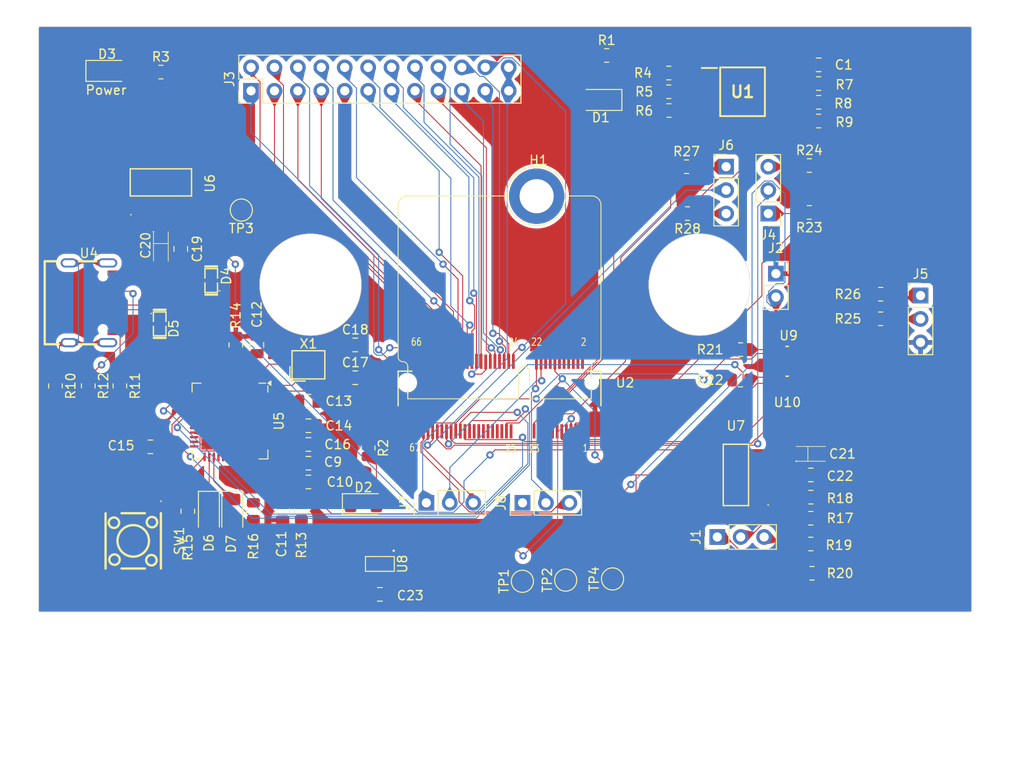
<source format=kicad_pcb>
(kicad_pcb (version 20240108) (generator "pcbnew") (generator_version "8.0")
  (title_block (title "FABulous Board") (rev "0.1"))
  (layers (0 "F.Cu" signal) (1 "In1.Cu" power "GND") (2 "In2.Cu" power "PWR") (31 "B.Cu" signal) (34 "B.Paste" user) (35 "F.Paste" user) (36 "B.SilkS" user "B.Silkscreen") (37 "F.SilkS" user "F.Silkscreen") (38 "B.Mask" user) (39 "F.Mask" user) (44 "Edge.Cuts" user))
  (net 0 "")
  (net 1 "+3V3")
  (net 2 "GND")
  (net 3 "/Caravel Connections/vdda2")
  (net 4 "/Caravel Connections/vccd2")
  (net 5 "+1V8")
  (net 6 "/Caravel Connections/vdda1")
  (net 7 "/PC connection/Oscillator/OSC1")
  (net 8 "/PC connection/Oscillator/OSC2")
  (net 9 "Net-(D1-A)")
  (net 10 "Net-(D2-A)")
  (net 11 "/Caravel Connections/GPIO")
  (net 12 "Net-(D6-A)")
  (net 13 "/Caravel_SPI.CS")
  (net 14 "/Caravel_SPI.DI")
  (net 15 "/Caravel Connections/mprj_io.37")
  (net 16 "Net-(J4-Pin_3)")
  (net 17 "/Caravel_SPI.SCK")
  (net 18 "/Caravel_SPI.DO")
  (net 19 "/~{UART_EN}")
  (net 20 "/PC connection/~{MR}")
  (net 21 "/FTDI_SPI.DO")
  (net 22 "/FTDI_SPI.SCK")
  (net 23 "/FTDI_SPI.DI")
  (net 24 "Net-(U4-CC2)")
  (net 25 "Net-(U4-CC1)")
  (net 26 "/FTDI_SPI.CS")
  (net 33 "/UART.RX")
  (net 34 "/UART.TX")
  (net 35 "+5V")
  (net 36 "/Caravel Connections/mprj_io.30")
  (net 37 "/Caravel Connections/mprj_io.14")
  (net 38 "/Caravel Connections/mprj_io.31")
  (net 39 "/Caravel Connections/mprj_io.28")
  (net 40 "/Caravel Connections/mprj_io.26")
  (net 41 "/Caravel Connections/mprj_io.23")
  (net 42 "/Caravel Connections/mprj_io.15")
  (net 43 "/Caravel Connections/mprj_io.32")
  (net 44 "/Caravel Connections/Bitbang.S_CLK")
  (net 45 "/Caravel Connections/mprj_io.22")
  (net 46 "/Caravel Connections/Bitbang.S_DATA")
  (net 47 "/Caravel Connections/mprj_io.35")
  (net 48 "/Caravel Connections/mprj_io.34")
  (net 49 "/Caravel Connections/mprj_io.29")
  (net 50 "/Caravel Connections/mprj_io.18")
  (net 51 "/Caravel Connections/mprj_io.24")
  (net 52 "/Caravel Connections/mprj_io.16")
  (net 53 "/Caravel Connections/mprj_io.19")
  (net 54 "/Caravel Connections/~{RST}")
  (net 55 "/Caravel Connections/mprj_io.25")
  (net 56 "/Caravel Connections/mprj_io.33")
  (net 57 "/Caravel Connections/mprj_io.27")
  (net 58 "/Caravel Connections/mprj_io.20")
  (net 59 "/Caravel Connections/mprj_io.17")
  (net 60 "/Caravel Connections/mprj_io.21")
  (net 70 "/Caravel Connections/vcdd")
  (net 82 "/Power conversion/ADJ_1_45")
  (net 83 "/Power conversion/ADJ")
  (net 84 "/PC connection/~{RESET}")
  (net 85 "/PC connection/RX_LED")
  (net 86 "/PC connection/TX_LED")
  (net 87 "/PC connection/VCCCORE")
  (net 88 "/PC connection/VCCA")
  (net 89 "/PC connection/D-")
  (net 90 "/PC connection/D+")
  (net 91 "/PC connection/Shield")
  (net 92 "/PC connection/REF")
  (net 93 "Net-(D3-A)")
  (net 94 "Net-(D7-A)")
  (net 95 "/Caravel Connections/fpga_rx_led")
  (net 96 "/Power conversion/ADJ_1_6")
  (net 97 "/Caravel Connections/fpga_uart_rx")
  (net 99 "Net-(J4-Pin_1)")
  (net 100 "/FC.clock_select_0")
  (net 101 "/I2C.SCL")
  (net 102 "/I2C.SDA")
  (net 103 "Net-(J6-Pin_3)")
  (net 104 "/FC.clock_select_1")
  (net 105 "Net-(J6-Pin_1)")
  (net 106 "/Caravel Connections/mprj_io_37_internal")
  (net 107 "/Caravel Connections/mprj_io.36")
  (net 108 "/Caravel Connections/mprj_io_36_internal")
  (net 109 "Net-(U1-~{WP}(D2))")
  (net 110 "Net-(U1-~{HOLD}(D3))")
  (net 111 "/CLK_caravel")
  (net 112 "/FC.external_clock")
  (footprint "Resistor_SMD:R_0805_2012Metric" (layer "F.Cu") (at 188.214 76.2 180)
    (property "Reference" "R8")
    (property "Value" "10k")
  )
  (footprint "MicroMod-Sparkfun:M.2-CONNECTOR-E" (layer "F.Cu") (at 153.606 106.6044)
    (property "Reference" "U2")
    (property "Value" "~" (hide yes))
  )
  (footprint "Connector_PinHeader_2.54mm:PinHeader_1x03_P2.54mm_Vertical" (layer "F.Cu") (at 177.2197 123.3399 90)
    (property "Reference" "J1")
    (property "Value" "Conn_01x03_Pin")
  )
  (footprint "Resistor_SMD:R_0805_2012Metric" (layer "F.Cu") (at 187.198 83.058)
    (property "Reference" "R24")
    (property "Value" "R")
  )
  (footprint "Connector_PinSocket_2.54mm:PinSocket_1x02_P2.54mm_Vertical" (layer "F.Cu") (at 183.5797 94.7849)
    (property "Reference" "J2")
    (property "Value" "Conn_01x02_Socket")
  )
  (footprint "easy_eda:CASE-A_3216" (layer "F.Cu") (at 187.3647 114.3229)
    (property "Reference" "C21")
    (property "Value" "4.7uF")
  )
  (footprint "Connector_PinHeader_2.54mm:PinHeader_1x03_P2.54mm_Vertical" (layer "F.Cu") (at 178.181 83.185)
    (property "Reference" "J6")
    (property "Value" "Conn_01x03_Pin")
  )
  (footprint "Resistor_SMD:R_0805_2012Metric" (layer "F.Cu") (at 119.8007 120.5459 90)
    (property "Reference" "R15")
    (property "Value" "150")
  )
  (footprint "Resistor_SMD:R_0805_2012Metric" (layer "F.Cu") (at 173.8865 83.185)
    (property "Reference" "R27")
    (property "Value" "R")
  )
  (footprint "Resistor_SMD:R_0805_2012Metric" (layer "F.Cu") (at 179.7447 106.3219)
    (property "Reference" "R22")
    (property "Value" "10k")
  )
  (footprint "Resistor_SMD:R_0805_2012Metric" (layer "F.Cu") (at 139.3587 113.6879 -90)
    (property "Reference" "R2")
    (property "Value" "82 ")
  )
  (footprint "Resistor_SMD:R_0805_2012Metric" (layer "F.Cu") (at 187.3647 124.1019)
    (property "Reference" "R19")
    (property "Value" "330")
  )
  (footprint "Caravel_Board:PoR_5_SOT23" (layer "F.Cu") (at 140.6287 126.2609 -90)
    (property "Reference" "U8")
    (property "Value" "MCP1319MT-29LE-OT")
  )
  (footprint "Resistor_SMD:R_0805_2012Metric" (layer "F.Cu") (at 187.198 88.138 180)
    (property "Reference" "R23")
    (property "Value" "R")
  )
  (footprint "MicroMod-Sparkfun:MicroMod-Standoff" (layer "F.Cu") (at 157.6317 86.3829)
    (property "Reference" "H1")
    (property "Value" "MICROMOD-Standoff")
  )
  (footprint "Resistor_SMD:R_0805_2012Metric" (layer "F.Cu") (at 188.214 78.232 180)
    (property "Reference" "R9")
    (property "Value" "10k")
  )
  (footprint "Resistor_SMD:R_0805_2012Metric" (layer "F.Cu") (at 194.945 99.68)
    (property "Reference" "R25")
    (property "Value" "2k")
  )
  (footprint "Capacitor_SMD:C_0805_2012Metric" (layer "F.Cu") (at 132.8817 108.6079 180)
    (property "Reference" "C13")
    (property "Value" "0.1uF")
  )
  (footprint "Resistor_SMD:R_0805_2012Metric" (layer "F.Cu") (at 132.1197 120.5459 90)
    (property "Reference" "R13")
    (property "Value" "10k ")
  )
  (footprint "easy_eda:SW_SMD_4P_L6.0_W6.0-P4.5-LS8.6" (layer "F.Cu") (at 113.8829 123.7619 -90)
    (property "Reference" "SW1")
    (property "Value" "Tactile Switch")
  )
  (footprint "easy_eda:USB-C-SMD_G-SWITCH_GT-USB-7010ASV" (layer "F.Cu") (at 109.3122 97.9399 -90)
    (property "Reference" "U4")
    (property "Value" "GT-USB-7010ASV")
  )
  (footprint "Capacitor_SMD:C_0805_2012Metric" (layer "F.Cu") (at 119.0387 92.0979 -90)
    (property "Reference" "C19")
    (property "Value" "10uF")
  )
  (footprint "strive_foot_prints:SOT65P210X110-5N" (layer "F.Cu") (at 184.7993 106.6775)
    (property "Reference" "U10")
    (property "Value" "SN74LVC1G125DCKR")
  )
  (footprint "Resistor_SMD:R_0805_2012Metric" (layer "F.Cu") (at 109.0057 106.9569 -90)
    (property "Reference" "R12")
    (property "Value" "5.1k")
  )
  (footprint "Capacitor_SMD:C_0805_2012Metric" (layer "F.Cu") (at 137.9617 106.0679 180)
    (property "Reference" "C17")
    (property "Value" "10pF")
  )
  (footprint "easy_eda:CASE-A_3216" (layer "F.Cu") (at 116.8797 91.8439 -90)
    (property "Reference" "C20")
    (property "Value" "22uF")
  )
  (footprint "Resistor_SMD:R_0805_2012Metric" (layer "F.Cu") (at 112.4347 106.9569 -90)
    (property "Reference" "R11")
    (property "Value" "5.1k")
  )
  (footprint "Resistor_SMD:R_0805_2012Metric" (layer "F.Cu") (at 171.958 73.025)
    (property "Reference" "R4")
    (property "Value" "10k")
  )
  (footprint "Resistor_SMD:R_0805_2012Metric" (layer "F.Cu") (at 126.9127 120.5459 90)
    (property "Reference" "R16")
    (property "Value" "150 ")
  )
  (footprint "TestPoint:TestPoint_Pad_D2.0mm" (layer "F.Cu") (at 165.862 127.889 90)
    (property "Reference" "TP4")
    (property "Value" "TestPoint")
  )
  (footprint "Resistor_SMD:R_0805_2012Metric" (layer "F.Cu") (at 171.9815 77.089)
    (property "Reference" "R6")
    (property "Value" "10k")
  )
  (footprint "Capacitor_SMD:C_0805_2012Metric" (layer "F.Cu") (at 127.2937 102.5119 -90)
    (property "Reference" "C12")
    (property "Value" "0.1uF")
  )
  (footprint "Capacitor_SMD:C_0805_2012Metric" (layer "F.Cu") (at 188.214 72.136 180)
    (property "Reference" "C1")
    (property "Value" "0.1uF")
  )
  (footprint "Resistor_SMD:R_0805_2012Metric" (layer "F.Cu") (at 187.3647 121.3079)
    (property "Reference" "R17")
    (property "Value" "220")
  )
  (footprint "easy_eda:SOT-223-3_L6.5-W3.4-P2.30-LS7.0-BR" (layer "F.Cu") (at 116.8797 84.9859 -90)
    (property "Reference" "U6")
    (property "Value" "AMS1117-3_3")
  )
  (footprint "strive_foot_prints:SOIC127P790X216-8N" (layer "F.Cu") (at 179.959 75.057)
    (property "Reference" "U1")
    (property "Value" "W25Q32FVSS" (hide yes))
  )
  (footprint "Resistor_SMD:R_0805_2012Metric" (layer "F.Cu") (at 188.214 74.168 180)
    (property "Reference" "R7")
    (property "Value" "10k")
  )
  (footprint "Capacitor_SMD:C_0805_2012Metric" (layer "F.Cu") (at 132.8817 115.3389)
    (property "Reference" "C9")
    (property "Value" "0.1uF")
  )
  (footprint "Connector_PinHeader_2.54mm:PinHeader_2x12_P2.54mm_Vertical" (layer "F.Cu") (at 126.6587 74.9529 90)
    (property "Reference" "J3")
    (property "Value" "Conn_02x12_Odd_Even")
  )
  (footprint "Capacitor_SMD:C_0805_2012Metric" (layer "F.Cu") (at 115.7367 113.5609)
    (property "Reference" "C15")
    (property "Value" "0.1uF")
  )
  (footprint "Connector_PinHeader_2.54mm:PinHeader_1x03_P2.54mm_Vertical" (layer "F.Cu") (at 145.669 119.634 90)
    (property "Reference" "J7")
    (property "Value" "Conn_01x03_Pin")
  )
  (footprint "Resistor_SMD:R_0805_2012Metric" (layer "F.Cu") (at 171.958 75.057)
    (property "Reference" "R5")
    (property "Value" "10k")
  )
  (footprint "LED_SMD:LED_1206_3216Metric" (layer "F.Cu") (at 138.8507 119.7839)
    (property "Reference" "D2")
    (property "Value" "red")
  )
  (footprint "TestPoint:TestPoint_Pad_D2.0mm" (layer "F.Cu") (at 125.603 87.884 180)
    (property "Reference" "TP3")
    (property "Value" "TestPoint")
  )
  (footprint "Capacitor_SMD:C_0805_2012Metric" (layer "F.Cu") (at 132.8817 117.3709)
    (property "Reference" "C10")
    (property "Value" "0.1uF")
  )
  (footprint "Connector_PinHeader_2.54mm:PinHeader_1x03_P2.54mm_Vertical" (layer "F.Cu") (at 182.753 88.265 180)
    (property "Reference" "J4")
    (property "Value" "Conn_01x03_Pin")
  )
  (footprint "Capacitor_SMD:C_0805_2012Metric" (layer "F.Cu") (at 132.8817 111.2749 180)
    (property "Reference" "C14")
    (property "Value" "0.1uF")
  )
  (footprint "Resistor_SMD:R_0805_2012Metric" (layer "F.Cu") (at 187.4917 127.2769)
    (property "Reference" "R20")
    (property "Value" "120")
  )
  (footprint "Capacitor_SMD:C_0805_2012Metric" (layer "F.Cu") (at 132.8817 113.3069 180)
    (property "Reference" "C16")
    (property "Value" "0.1uF")
  )
  (footprint "easy_eda:D0603-BI" (layer "F.Cu") (at 122.3407 95.5269 90)
    (property "Reference" "D4")
    (property "Value" "PGB1010603NR")
  )
  (footprint "TestPoint:TestPoint_Pad_D2.0mm" (layer "F.Cu") (at 156.083 128.143 90)
    (property "Reference" "TP1")
    (property "Value" "TestPoint")
  )
  (footprint "Resistor_SMD:R_0805_2012Metric" (layer "F.Cu") (at 194.945 97.013)
    (property "Reference" "R26")
    (property "Value" "2k")
  )
  (footprint "Connector_PinHeader_2.54mm:PinHeader_1x03_P2.54mm_Vertical" (layer "F.Cu") (at 156.098 119.634 90)
    (property "Reference" "J8")
    (property "Value" "Conn_01x03_Pin")
  )
  (footprint "Resistor_SMD:R_0805_2012Metric" (layer "F.Cu") (at 116.8797 72.9209 180)
    (property "Reference" "R3")
    (property "Value" "82")
  )
  (footprint "strive_foot_prints:SOT65P210X110-5N" (layer "F.Cu") (at 184.7993 103.4439)
    (property "Reference" "U9")
    (property "Value" "SN74LVC1G125DCKR")
  )
  (footprint "Resistor_SMD:R_0805_2012Metric" (layer "F.Cu") (at 125.0077 102.5119 -90)
    (property "Reference" "R14")
    (property "Value" "12K ")
  )
  (footprint "Capacitor_SMD:C_0805_2012Metric" (layer "F.Cu") (at 140.6287 129.5629)
    (property "Reference" "C23")
    (property "Value" "0.1uF")
  )
  (footprint "Connector_PinHeader_2.54mm:PinHeader_1x03_P2.54mm_Vertical" (layer "F.Cu") (at 199.263 97.155)
    (property "Reference" "J5")
    (property "Value" "Conn_01x03_Pin")
  )
  (footprint "Capacitor_SMD:C_0805_2012Metric" (layer "F.Cu") (at 130.0877 120.5459 90)
    (property "Reference" "C11")
    (property "Value" "0.1uF")
  )
  (footprint "easy_eda:SOT-223-4_L6.5-W3.5-P2.30-LS7.0-BR" (layer "F.Cu") (at 179.2367 116.6089)
    (property "Reference" "U7")
    (property "Value" "SPX1117M3-L-1-5_TR")
  )
  (footprint "LED_SMD:LED_1206_3216Metric" (layer "F.Cu") (at 111.0377 72.7939)
    (property "Reference" "D3")
    (property "Value" "red")
  )
  (footprint "LED_SMD:LED_1206_3216Metric" (layer "F.Cu") (at 164.592 75.946 180)
    (property "Reference" "D1")
    (property "Value" "red")
  )
  (footprint "Capacitor_SMD:C_0805_2012Metric" (layer "F.Cu") (at 137.9617 102.5119 180)
    (property "Reference" "C18")
    (property "Value" "10pF")
  )
  (footprint "Capacitor_SMD:C_0805_2012Metric" (layer "F.Cu") (at 187.3647 116.6089)
    (property "Reference" "C22")
    (property "Value" "10uF")
  )
  (footprint "easy_eda:CRYSTAL-SMD_4P-L2.5-W2.0-BL" (layer "F.Cu") (at 132.8817 104.6709)
    (property "Reference" "X1")
    (property "Value" "TXM12M0004252DBCEO00T")
  )
  (footprint "Resistor_SMD:R_0805_2012Metric" (layer "F.Cu") (at 173.99 88.265 180)
    (property "Reference" "R28")
    (property "Value" "R")
  )
  (footprint "Resistor_SMD:R_0805_2012Metric" (layer "F.Cu") (at 105.4497 106.9569 -90)
    (property "Reference" "R10")
    (property "Value" "0")
  )
  (footprint "Resistor_SMD:R_0805_2012Metric" (layer "F.Cu") (at 187.3647 119.0219 180)
    (property "Reference" "R18")
    (property "Value" "510")
  )
  (footprint "LED_SMD:LED_1206_3216Metric" (layer "F.Cu") (at 122.0867 120.6729 -90)
    (property "Reference" "D6")
    (property "Value" "red")
  )
  (footprint "Resistor_SMD:R_0805_2012Metric" (layer "F.Cu") (at 165.227 71.12)
    (property "Reference" "R1")
    (property "Value" "82 ")
  )
  (footprint "TestPoint:TestPoint_Pad_D2.0mm" (layer "F.Cu") (at 160.782 128.016 90)
    (property "Reference" "TP2")
    (property "Value" "TestPoint")
  )
  (footprint "LED_SMD:LED_1206_3216Metric" (layer "F.Cu") (at 124.6267 120.6729 -90)
    (property "Reference" "D7")
    (property "Value" "red")
  )
  (footprint "easy_eda:D0603-BI" (layer "F.Cu") (at 116.7527 100.2259 -90)
    (property "Reference" "D5")
    (property "Value" "PGB1010603NR")
  )
  (footprint "Package_DFN_QFN:QFN-48-1EP_8x8mm_P0.5mm_EP6.2x6.2mm" (layer "F.Cu") (at 124.3727 110.7669 -90)
    (property "Reference" "U5")
    (property "Value" "FT232H")
  )
  (footprint "Resistor_SMD:R_0805_2012Metric" (layer "F.Cu") (at 179.7447 103.0199)
    (property "Reference" "R21")
    (property "Value" "10k")
  )
  (gr_rect (start 103.6057 67.976884) (end 204.8057 131.476884) (stroke (width 0.05)) (fill none) (layer "Edge.Cuts"))
  (gr_circle (center 133.1057 95.976884) (end 138.6057 95.976884) (stroke (width 0.05)) (fill none) (layer "Edge.Cuts"))
  (gr_circle (center 175.3057 95.976884) (end 180.8057 95.976884) (stroke (width 0.05)) (fill none) (layer "Edge.Cuts"))
  (gr_text "Power" (at 108.6247 75.460884 0) (layer "F.SilkS") (effects (font (size 1 1)) (justify left bottom)))
  (segment (start 162.356 111.8794) (end 162.356 110.9757) (width 0.1016) (layer "F.Cu") (net 1))
  (segment (start 161.856 111.8794) (end 161.856 110.9757) (width 0.1016) (layer "F.Cu") (net 1))
  (segment (start 162.356 110.9757) (end 161.856 110.9757) (width 0.1016) (layer "F.Cu") (net 1))
  (segment (start 128.2477 112.5169) (end 128.2477 112.0169) (width 0.1016) (layer "F.Cu") (net 1))
  (segment (start 166.1181 116.6089) (end 163.956 114.4468) (width 0.1016) (layer "F.Cu") (net 5))
  (segment (start 154.356 110.9757) (end 155.7281 110.9757) (width 0.1016) (layer "F.Cu") (net 5))
  (segment (start 160.4154 106.1812) (end 159.606 105.3718) (width 0.1016) (layer "F.Cu") (net 5))
  (segment (start 176.4018 116.6089) (end 182.0716 116.6089) (width 0.1016) (layer "F.Cu") (net 5))
  (segment (start 155.7281 110.9757) (end 160.4154 106.2884) (width 0.1016) (layer "F.Cu") (net 5))
  (segment (start 168.414 116.6089) (end 168.414 125.337) (width 0.1016) (layer "F.Cu") (net 5))
  (segment (start 159.606 105.3718) (end 159.606 104.3294) (width 0.1016) (layer "F.Cu") (net 5))
  (segment (start 186.4147 116.6089) (end 186.4147 117.1594) (width 0.1016) (layer "F.Cu") (net 5))
  (segment (start 182.0716 116.6089) (end 186.4147 116.6089) (width 0.1016) (layer "F.Cu") (net 5))
  (segment (start 176.3373 116.6089) (end 168.414 116.6089) (width 0.1016) (layer "F.Cu") (net 5))
  (segment (start 168.414 125.337) (end 165.862 127.889) (width 0.1016) (layer "F.Cu") (net 5))
  (segment (start 176.4018 116.6089) (end 176.3373 116.6089) (width 0.1016) (layer "F.Cu") (net 5))
  (segment (start 160.4154 106.2884) (end 160.4154 106.1812) (width 0.1016) (layer "F.Cu") (net 5))
  (segment (start 154.356 111.8794) (end 154.356 110.9757) (width 0.1016) (layer "F.Cu") (net 5))
  (segment (start 168.414 116.6089) (end 166.1181 116.6089) (width 0.1016) (layer "F.Cu") (net 5))
  (segment (start 186.4147 117.1594) (end 188.2772 119.0219) (width 0.1016) (layer "F.Cu") (net 5))
  (via (at 163.956 114.4468) (size 0.8) (drill 0.4) (layers "F.Cu" "B.Cu") (net 5))
  (via (at 160.4154 106.1812) (size 0.8) (drill 0.4) (layers "F.Cu" "B.Cu") (net 5))
  (segment (start 163.956 109.7218) (end 160.4154 106.1812) (width 0.1016) (layer "B.Cu") (net 5))
  (segment (start 163.956 114.4468) (end 163.956 109.7218) (width 0.1016) (layer "B.Cu") (net 5))
  (segment (start 131.1395 106.8919) (end 127.1227 106.8919) (width 0.1016) (layer "F.Cu") (net 7))
  (segment (start 131.9332 106.0997) (end 136.9799 106.0997) (width 0.1016) (layer "F.Cu") (net 7))
  (segment (start 131.9317 105.421) (end 131.9317 106.0544) (width 0.1016) (layer "F.Cu") (net 7))
  (segment (start 131.9317 106.0982) (end 131.9332 106.0997) (width 0.1016) (layer "F.Cu") (net 7))
  (segment (start 131.9317 106.0544) (end 131.9317 106.0982) (width 0.1016) (layer "F.Cu") (net 7))
  (segment (start 131.9317 106.0997) (end 131.1395 106.8919) (width 0.1016) (layer "F.Cu") (net 7))
  (segment (start 131.9317 106.0982) (end 131.9317 106.0997) (width 0.1016) (layer "F.Cu") (net 7))
  (segment (start 136.9799 106.0997) (end 137.0117 106.0679) (width 0.1016) (layer "F.Cu") (net 7))
  (segment (start 133.8317 103.9208) (end 133.8317 103.2421) (width 0.1016) (layer "F.Cu") (net 8))
  (segment (start 128.6139 104.5995) (end 133.8317 104.5995) (width 0.1016) (layer "F.Cu") (net 8))
  (segment (start 133.8317 104.2601) (end 133.8317 104.5995) (width 0.1016) (layer "F.Cu") (net 8))
  (segment (start 133.8317 104.2601) (end 133.8317 103.9208) (width 0.1016) (layer "F.Cu") (net 8))
  (segment (start 126.6227 106.8919) (end 126.6227 106.5907) (width 0.1016) (layer "F.Cu") (net 8))
  (segment (start 126.6227 106.5907) (end 128.6139 104.5995) (width 0.1016) (layer "F.Cu") (net 8))
  (segment (start 136.2815 103.2421) (end 137.0117 102.5119) (width 0.1016) (layer "F.Cu") (net 8))
  (segment (start 133.8317 103.2421) (end 136.2815 103.2421) (width 0.1016) (layer "F.Cu") (net 8))
  (segment (start 163.192 75.946) (end 166.1395 72.9985) (width 0.1016) (layer "F.Cu") (net 9))
  (segment (start 166.1395 72.9985) (end 166.1395 71.12) (width 0.1016) (layer "F.Cu") (net 9))
  (segment (start 140.2507 119.7839) (end 140.2507 115.4924) (width 0.1016) (layer "F.Cu") (net 10))
  (segment (start 140.2507 115.4924) (end 139.3587 114.6004) (width 0.1016) (layer "F.Cu") (net 10))
  (segment (start 157.856 110.7119) (end 165.992 102.5759) (width 0.1016) (layer "F.Cu") (net 11))
  (segment (start 165.992 102.5759) (end 165.992 75.946) (width 0.1016) (layer "F.Cu") (net 11))
  (segment (start 157.856 111.8794) (end 157.856 110.7119) (width 0.1016) (layer "F.Cu") (net 11))
  (segment (start 122.0867 122.0729) (end 120.4152 122.0729) (width 0.1016) (layer "F.Cu") (net 12))
  (segment (start 120.4152 122.0729) (end 119.8007 121.4584) (width 0.1016) (layer "F.Cu") (net 12))
  (segment (start 175.9275 73.152) (end 176.359 73.152) (width 0.1016) (layer "F.Cu") (net 13))
  (segment (start 166.4621 112.7831) (end 160.356 112.7831) (width 0.1016) (layer "F.Cu") (net 13))
  (segment (start 182.0576 97.1876) (end 166.4621 112.7831) (width 0.1016) (layer "F.Cu") (net 13))
  (segment (start 175.4053 73.152) (end 175.2783 73.025) (width 0.1016) (layer "F.Cu") (net 13))
  (segment (start 187.198 87.5047) (end 187.198 88.5403) (width 0.1016) (layer "F.Cu") (net 13))
  (segment (start 187.5533 75.184) (end 188.214 75.8447) (width 0.1016) (layer "F.Cu") (net 13))
  (segment (start 188.214 75.8447) (end 188.214 81.8708) (width 0.1016) (layer "F.Cu") (net 13))
  (segment (start 188.214 81.8708) (end 188.8051 82.4619) (width 0.1016) (layer "F.Cu") (net 13))
  (segment (start 188.8051 82.4619) (end 188.8051 85.8976) (width 0.1016) (layer "F.Cu") (net 13))
  (segment (start 182.989 75.184) (end 187.5533 75.184) (width 0.1016) (layer "F.Cu") (net 13))
  (segment (start 182.0576 93.6807) (end 182.0576 97.1876) (width 0.1016) (layer "F.Cu") (net 13))
  (segment (start 175.2783 73.025) (end 172.8705 73.025) (width 0.1016) (layer "F.Cu") (net 13))
  (segment (start 175.9275 73.152) (end 175.4053 73.152) (width 0.1016) (layer "F.Cu") (net 13))
  (segment (start 187.198 88.5403) (end 182.0576 93.6807) (width 0.1016) (layer "F.Cu") (net 13))
  (segment (start 188.8051 85.8976) (end 187.198 87.5047) (width 0.1016) (layer "F.Cu") (net 13))
  (segment (start 160.356 111.8794) (end 160.356 112.7831) (width 0.1016) (layer "F.Cu") (net 13))
  (segment (start 180.957 73.152) (end 182.989 75.184) (width 0.1016) (layer "F.Cu") (net 13))
  (segment (start 176.359 73.152) (end 180.957 73.152) (width 0.1016) (layer "F.Cu") (net 13))
  (segment (start 158.356 110.4925) (end 166.7612 102.0873) (width 0.1016) (layer "F.Cu") (net 14))
  (segment (start 172.1648 87.6328) (end 172.1648 75.7627) (width 0.1016) (layer "F.Cu") (net 14))
  (segment (start 158.356 111.8794) (end 158.356 110.4925) (width 0.1016) (layer "F.Cu") (net 14))
  (segment (start 173.5055 74.422) (end 172.8705 75.057) (width 0.1016) (layer "F.Cu") (net 14))
  (segment (start 166.7612 102.0873) (end 166.7612 93.0364) (width 0.1016) (layer "F.Cu") (net 14))
  (segment (start 172.1648 75.7627) (end 172.8705 75.057) (width 0.1016) (layer "F.Cu") (net 14))
  (segment (start 176.359 74.422) (end 173.5055 74.422) (width 0.1016) (layer "F.Cu") (net 14))
  (segment (start 166.7612 93.0364) (end 172.1648 87.6328) (width 0.1016) (layer "F.Cu") (net 14))
  (segment (start 145.27 118.2563) (end 145.669 118.6553) (width 0.1016) (layer "B.Cu") (net 15))
  (segment (start 154.4373 103.991) (end 145.27 113.1583) (width 0.1016) (layer "B.Cu") (net 15))
  (segment (start 145.669 119.634) (end 145.669 118.6553) (width 0.1016) (layer "B.Cu") (net 15))
  (segment (start 154.5987 72.4129) (end 154.5987 73.6829) (width 0.1016) (layer "B.Cu") (net 15))
  (segment (start 154.5987 73.6829) (end 154.5987 74.9529) (width 0.1016) (layer "B.Cu") (net 15))
  (segment (start 154.5987 73.6829) (end 154.5987 74.7884) (width 0.1016) (layer "B.Cu") (net 15))
  (segment (start 154.4373 74.9498) (end 154.4373 103.991) (width 0.1016) (layer "B.Cu") (net 15))
  (segment (start 145.27 113.1583) (end 145.27 118.2563) (width 0.1016) (layer "B.Cu") (net 15))
  (segment (start 154.5987 74.7884) (end 154.4373 74.9498) (width 0.1016) (layer "B.Cu") (net 15))
  (segment (start 182.753 83.185) (end 186.1585 83.185) (width 0.1016) (layer "F.Cu") (net 16))
  (segment (start 186.1585 83.185) (end 186.2855 83.058) (width 0.1016) (layer "F.Cu") (net 16))
  (segment (start 184.0359 75.692) (end 184.5127 75.692) (width 0.1016) (layer "F.Cu") (net 17))
  (segment (start 164.8646 103.4495) (end 164.8646 75.5117) (width 0.1016) (layer "F.Cu") (net 17))
  (segment (start 164.8646 75.5117) (end 166.408 73.9683) (width 0.1016) (layer "F.Cu") (net 17))
  (segment (start 181.1551 75.692) (end 183.559 75.692) (width 0.1016) (layer "F.Cu") (net 17))
  (segment (start 157.356 111.8794) (end 157.356 110.9581) (width 0.1016) (layer "F.Cu") (net 17))
  (segment (start 166.408 73.9683) (end 179.4314 73.9683) (width 0.1016) (layer "F.Cu") (net 17))
  (segment (start 157.356 110.9581) (end 164.8646 103.4495) (width 0.1016) (layer "F.Cu") (net 17))
  (segment (start 179.4314 73.9683) (end 181.1551 75.692) (width 0.1016) (layer "F.Cu") (net 17))
  (segment (start 185.0207 76.2) (end 187.3015 76.2) (width 0.1016) (layer "F.Cu") (net 17))
  (segment (start 184.0359 75.692) (end 183.559 75.692) (width 0.1016) (layer "F.Cu") (net 17))
  (segment (start 184.5127 75.692) (end 185.0207 76.2) (width 0.1016) (layer "F.Cu") (net 17))
  (segment (start 158.856 111.8794) (end 158.856 110.9757) (width 0.1016) (layer "F.Cu") (net 18))
  (segment (start 167.2703 104.2713) (end 161.5604 109.9812) (width 0.1016) (layer "F.Cu") (net 18))
  (segment (start 177.483 84.392) (end 173.99 87.885) (width 0.1016) (layer "F.Cu") (net 18))
  (segment (start 161.5604 109.9812) (end 159.8505 109.9812) (width 0.1016) (layer "F.Cu") (net 18))
  (segment (start 187.3015 78.232) (end 185.7827 78.232) (width 0.1016) (layer "F.Cu") (net 18))
  (segment (start 167.2703 95.9453) (end 167.2703 104.2713) (width 0.1016) (layer "F.Cu") (net 18))
  (segment (start 173.99 89.2256) (end 167.2703 95.9453) (width 0.1016) (layer "F.Cu") (net 18))
  (segment (start 159.8505 109.9812) (end 158.856 110.9757) (width 0.1016) (layer "F.Cu") (net 18))
  (segment (start 183.559 76.962) (end 184.5127 76.962) (width 0.1016) (layer "F.Cu") (net 18))
  (segment (start 173.99 87.885) (end 173.99 89.2256) (width 0.1016) (layer "F.Cu") (net 18))
  (segment (start 185.4024 77.8517) (end 184.5127 76.962) (width 0.1016) (layer "F.Cu") (net 18))
  (segment (start 185.7827 78.232) (end 185.4024 77.8517) (width 0.1016) (layer "F.Cu") (net 18))
  (segment (start 178.8621 84.392) (end 177.483 84.392) (width 0.1016) (layer "F.Cu") (net 18))
  (segment (start 185.4024 77.8517) (end 178.8621 84.392) (width 0.1016) (layer "F.Cu") (net 18))
  (segment (start 121.1228 113.9022) (end 121.2374 114.0168) (width 0.1016) (layer "F.Cu") (net 19))
  (segment (start 127.3202 114.0168) (end 127.8954 114.592) (width 0.1016) (layer "F.Cu") (net 19))
  (segment (start 183.4468 102.7835) (end 183.5797 102.7835) (width 0.1016) (layer "F.Cu") (net 19))
  (segment (start 121.1228 112.3589) (end 121.1228 113.9022) (width 0.1016) (layer "F.Cu") (net 19))
  (segment (start 183.5797 97.3249) (end 183.5797 102.7835) (width 0.1016) (layer "F.Cu") (net 19))
  (segment (start 164.668 120.8304) (end 167.856 117.6424) (width 0.1016) (layer "F.Cu") (net 19))
  (segment (start 183.7579 102.7835) (end 184.4708 102.7835) (width 0.1016) (layer "F.Cu") (net 19))
  (segment (start 182.8086 103.0199) (end 183.045 102.7835) (width 0.1016) (layer "F.Cu") (net 19))
  (segment (start 121.2374 114.0168) (end 127.3202 114.0168) (width 0.1016) (layer "F.Cu") (net 19))
  (segment (start 132.1922 118.9677) (end 133.5372 118.9677) (width 0.1016) (layer "F.Cu") (net 19))
  (segment (start 184.1144 106.0171) (end 184.4708 106.0171) (width 0.1016) (layer "F.Cu") (net 19))
  (segment (start 133.5372 118.9677) (end 135.3999 120.8304) (width 0.1016) (layer "F.Cu") (net 19))
  (segment (start 183.4468 102.7835) (end 183.045 102.7835) (width 0.1016) (layer "F.Cu") (net 19))
  (segment (start 135.3999 120.8304) (end 164.668 120.8304) (width 0.1016) (layer "F.Cu") (net 19))
  (segment (start 120.4977 112.0169) (end 120.7808 112.0169) (width 0.1016) (layer "F.Cu") (net 19))
  (segment (start 127.8954 114.6709) (end 132.1922 118.9677) (width 0.1016) (layer "F.Cu") (net 19))
  (segment (start 184.4708 102.7835) (end 184.4708 106.0171) (width 0.1016) (layer "F.Cu") (net 19))
  (segment (start 180.6572 103.0199) (end 182.8086 103.0199) (width 0.1016) (layer "F.Cu") (net 19))
  (segment (start 180.962 106.0171) (end 180.6572 106.3219) (width 0.1016) (layer "F.Cu") (net 19))
  (segment (start 127.8954 114.592) (end 127.8954 114.6709) (width 0.1016) (layer "F.Cu") (net 19))
  (segment (start 183.7579 106.0171) (end 180.962 106.0171) (width 0.1016) (layer "F.Cu") (net 19))
  (segment (start 120.7808 112.0169) (end 121.1228 112.3589) (width 0.1016) (layer "F.Cu") (net 19))
  (segment (start 184.1144 106.0171) (end 183.7579 106.0171) (width 0.1016) (layer "F.Cu") (net 19))
  (segment (start 183.5797 102.7835) (end 183.7579 102.7835) (width 0.1016) (layer "F.Cu") (net 19))
  (via (at 167.856 117.6424) (size 0.8) (drill 0.4) (layers "F.Cu" "B.Cu") (net 19))
  (segment (start 182.7805 96.9959) (end 182.7805 96.9938) (width 0.1016) (layer "B.Cu") (net 19))
  (segment (start 183.5797 97.3249) (end 183.5797 98.3036) (width 0.1016) (layer "B.Cu") (net 19))
  (segment (start 183.1584 84.7463) (end 182.3476 84.7463) (width 0.1016) (layer "B.Cu") (net 19))
  (segment (start 182.3476 84.7463) (end 180.9918 86.1021) (width 0.1016) (layer "B.Cu") (net 19))
  (segment (start 182.5965 97.8427) (end 182.5965 97.1799) (width 0.1016) (layer "B.Cu") (net 19))
  (segment (start 182.5965 97.1799) (end 182.7805 96.9959) (width 0.1016) (layer "B.Cu") (net 19))
  (segment (start 183.5797 98.3036) (end 183.0574 98.3036) (width 0.1016) (layer "B.Cu") (net 19))
  (segment (start 184.5584 95.6882) (end 184.5584 86.1463) (width 0.1016) (layer "B.Cu") (net 19))
  (segment (start 180.9918 86.1021) (end 180.9918 104.5066) (width 0.1016) (layer "B.Cu") (net 19))
  (segment (start 182.7805 96.9938) (end 182.782 96.9923) (width 0.1016) (layer "B.Cu") (net 19))
  (segment (start 183.6241 95.8693) (end 184.3773 95.8693) (width 0.1016) (layer "B.Cu") (net 19))
  (segment (start 184.3773 95.8693) (end 184.5584 95.6882) (width 0.1016) (layer "B.Cu") (net 19))
  (segment (start 180.9918 104.5066) (end 167.856 117.6424) (width 0.1016) (layer "B.Cu") (net 19))
  (segment (start 183.0574 98.3036) (end 182.5965 97.8427) (width 0.1016) (layer "B.Cu") (net 19))
  (segment (start 182.782 96.9923) (end 182.782 96.7114) (width 0.1016) (layer "B.Cu") (net 19))
  (segment (start 184.5584 86.1463) (end 183.1584 84.7463) (width 0.1016) (layer "B.Cu") (net 19))
  (segment (start 182.782 96.7114) (end 183.6241 95.8693) (width 0.1016) (layer "B.Cu") (net 19))
  (segment (start 116.1328 119.762) (end 116.1328 118.7333) (width 0.1016) (layer "F.Cu") (net 20))
  (segment (start 117.5313 118.7333) (end 116.1328 118.7333) (width 0.1016) (layer "F.Cu") (net 20))
  (segment (start 121.6227 114.6419) (end 117.5313 118.7333) (width 0.1016) (layer "F.Cu") (net 20))
  (segment (start 116.1328 127.6859) (end 139.6787 127.6859) (width 0.1016) (layer "F.Cu") (net 20))
  (segment (start 116.1328 127.762) (end 116.1328 127.6859) (width 0.1016) (layer "F.Cu") (net 20))
  (segment (start 116.1328 127.6859) (end 116.1328 119.762) (width 0.1016) (layer "F.Cu") (net 20))
  (segment (start 118.0951 111.1495) (end 118.0951 112.6248) (width 0.1016) (layer "F.Cu") (net 21))
  (segment (start 150.356 111.8794) (end 150.356 110.9757) (width 0.1016) (layer "F.Cu") (net 21))
  (segment (start 156.4058 109.7083) (end 155.4015 110.7126) (width 0.1016) (layer "F.Cu") (net 21))
  (segment (start 156.4058 109.4578) (end 156.4058 109.7083) (width 0.1016) (layer "F.Cu") (net 21))
  (segment (start 118.0951 112.6248) (end 120.0899 114.6196) (width 0.1016) (layer "F.Cu") (net 21))
  (segment (start 120.2277 109.0169) (end 118.0951 111.1495) (width 0.1016) (layer "F.Cu") (net 21))
  (segment (start 120.4977 109.0169) (end 120.2277 109.0169) (width 0.1016) (layer "F.Cu") (net 21))
  (segment (start 150.6191 110.7126) (end 150.356 110.9757) (width 0.1016) (layer "F.Cu") (net 21))
  (segment (start 155.4015 110.7126) (end 150.6191 110.7126) (width 0.1016) (layer "F.Cu") (net 21))
  (via (at 156.4058 109.4578) (size 0.8) (drill 0.4) (layers "F.Cu" "B.Cu") (net 21))
  (via (at 120.0899 114.6196) (size 0.8) (drill 0.4) (layers "F.Cu" "B.Cu") (net 21))
  (segment (start 151.0842 121.3136) (end 156.8521 115.5457) (width 0.1016) (layer "B.Cu") (net 21))
  (segment (start 156.8521 115.5457) (end 156.8521 109.9041) (width 0.1016) (layer "B.Cu") (net 21))
  (segment (start 120.0899 114.6196) (end 126.7839 121.3136) (width 0.1016) (layer "B.Cu") (net 21))
  (segment (start 126.7839 121.3136) (end 151.0842 121.3136) (width 0.1016) (layer "B.Cu") (net 21))
  (segment (start 156.8521 109.9041) (end 156.4058 109.4578) (width 0.1016) (layer "B.Cu") (net 21))
  (segment (start 142.5774 107.517) (end 146.0361 110.9757) (width 0.1016) (layer "F.Cu") (net 22))
  (segment (start 178.0375 104.0399) (end 175.7704 106.307) (width 0.1016) (layer "F.Cu") (net 22))
  (segment (start 181.5239 103.4439) (end 180.9279 104.0399) (width 0.1016) (layer "F.Cu") (net 22))
  (segment (start 151.4719 108.3598) (end 148.856 110.9757) (width 0.1016) (layer "F.Cu") (net 22))
  (segment (start 148.856 111.8794) (end 148.856 110.9757) (width 0.1016) (layer "F.Cu") (net 22))
  (segment (start 183.7579 103.4439) (end 181.5239 103.4439) (width 0.1016) (layer "F.Cu") (net 22))
  (segment (start 120.4977 108.0169) (end 120.9976 107.517) (width 0.1016) (layer "F.Cu") (net 22))
  (segment (start 146.0361 110.9757) (end 148.856 110.9757) (width 0.1016) (layer "F.Cu") (net 22))
  (segment (start 120.9976 107.517) (end 142.5774 107.517) (width 0.1016) (layer "F.Cu") (net 22))
  (segment (start 180.9279 104.0399) (end 178.0375 104.0399) (width 0.1016) (layer "F.Cu") (net 22))
  (segment (start 157.5963 108.3598) (end 151.4719 108.3598) (width 0.1016) (layer "F.Cu") (net 22))
  (via (at 175.7704 106.307) (size 0.8) (drill 0.4) (layers "F.Cu" "B.Cu") (net 22))
  (via (at 157.5963 108.3598) (size 0.8) (drill 0.4) (layers "F.Cu" "B.Cu") (net 22))
  (segment (start 157.5963 108.2027) (end 157.5963 108.3598) (width 0.1016) (layer "B.Cu") (net 22))
  (segment (start 160.151 105.648) (end 157.5963 108.2027) (width 0.1016) (layer "B.Cu") (net 22))
  (segment (start 175.1114 105.648) (end 160.151 105.648) (width 0.1016) (layer "B.Cu") (net 22))
  (segment (start 175.7704 106.307) (end 175.1114 105.648) (width 0.1016) (layer "B.Cu") (net 22))
  (segment (start 118.3253 108.5169) (end 117.1736 109.6686) (width 0.1016) (layer "F.Cu") (net 23))
  (segment (start 179.4791 112.9866) (end 156.3079 112.9866) (width 0.1016) (layer "F.Cu") (net 23))
  (segment (start 120.4977 108.5169) (end 118.3253 108.5169) (width 0.1016) (layer "F.Cu") (net 23))
  (segment (start 156.1044 112.7831) (end 149.856 112.7831) (width 0.1016) (layer "F.Cu") (net 23))
  (segment (start 185.1278 107.3379) (end 179.4791 112.9866) (width 0.1016) (layer "F.Cu") (net 23))
  (segment (start 156.3079 112.9866) (end 156.1044 112.7831) (width 0.1016) (layer "F.Cu") (net 23))
  (segment (start 156.1044 112.7831) (end 156.1044 112.5352) (width 0.1016) (layer "F.Cu") (net 23))
  (segment (start 149.856 111.8794) (end 149.856 112.7831) (width 0.1016) (layer "F.Cu") (net 23))
  (segment (start 185.8407 107.3379) (end 185.1278 107.3379) (width 0.1016) (layer "F.Cu") (net 23))
  (via (at 117.1736 109.6686) (size 0.8) (drill 0.4) (layers "F.Cu" "B.Cu") (net 23))
  (via (at 156.1044 112.5352) (size 0.8) (drill 0.4) (layers "F.Cu" "B.Cu") (net 23))
  (segment (start 117.6054 109.6686) (end 117.1736 109.6686) (width 0.1016) (layer "B.Cu") (net 23))
  (segment (start 128.7982 120.8614) (end 117.6054 109.6686) (width 0.1016) (layer "B.Cu") (net 23))
  (segment (start 156.1044 115.6708) (end 150.9138 120.8614) (width 0.1016) (layer "B.Cu") (net 23))
  (segment (start 150.9138 120.8614) (end 128.7982 120.8614) (width 0.1016) (layer "B.Cu") (net 23))
  (segment (start 156.1044 112.5352) (end 156.1044 115.6708) (width 0.1016) (layer "B.Cu") (net 23))
  (segment (start 112.4347 106.0444) (end 112.4609 106.0182) (width 0.1016) (layer "F.Cu") (net 24))
  (segment (start 111.7122 99.6899) (end 112.4609 99.6899) (width 0.1016) (layer "F.Cu") (net 24))
  (segment (start 112.4609 106.0182) (end 112.4609 99.6899) (width 0.1016) (layer "F.Cu") (net 24))
  (segment (start 113.6067 96.6899) (end 113.8589 96.9421) (width 0.1016) (layer "F.Cu") (net 25))
  (segment (start 110.4512 104.6746) (end 110.3755 104.6746) (width 0.1016) (layer "F.Cu") (net 25))
  (segment (start 111.7122 96.6899) (end 113.6067 96.6899) (width 0.1016) (layer "F.Cu") (net 25))
  (segment (start 110.3755 104.6746) (end 109.0057 106.0444) (width 0.1016) (layer "F.Cu") (net 25))
  (via (at 110.4512 104.6746) (size 0.8) (drill 0.4) (layers "F.Cu" "B.Cu") (net 25))
  (via (at 113.8589 96.9421) (size 0.8) (drill 0.4) (layers "F.Cu" "B.Cu") (net 25))
  (segment (start 113.8589 96.9421) (end 113.8589 101.2669) (width 0.1016) (layer "B.Cu") (net 25))
  (segment (start 113.8589 101.2669) (end 110.4512 104.6746) (width 0.1016) (layer "B.Cu") (net 25))
  (segment (start 118.6592 111.1081) (end 120.2504 109.5169) (width 0.1016) (layer "F.Cu") (net 26))
  (segment (start 150.5084 109.8233) (end 155.528 109.8233) (width 0.1016) (layer "F.Cu") (net 26))
  (segment (start 149.356 111.8794) (end 149.356 110.9757) (width 0.1016) (layer "F.Cu") (net 26))
  (segment (start 118.6592 111.4701) (end 118.6592 111.1081) (width 0.1016) (layer "F.Cu") (net 26))
  (segment (start 120.2504 109.5169) (end 120.4977 109.5169) (width 0.1016) (layer "F.Cu") (net 26))
  (segment (start 149.356 110.9757) (end 150.5084 109.8233) (width 0.1016) (layer "F.Cu") (net 26))
  (via (at 118.6592 111.4701) (size 0.8) (drill 0.4) (layers "F.Cu" "B.Cu") (net 26))
  (via (at 155.528 109.8233) (size 0.8) (drill 0.4) (layers "F.Cu" "B.Cu") (net 26))
  (segment (start 118.6592 111.4701) (end 128.2852 121.0961) (width 0.1016) (layer "B.Cu") (net 26))
  (segment (start 156.6726 115.4021) (end 156.6726 110.9679) (width 0.1016) (layer "B.Cu") (net 26))
  (segment (start 156.6726 110.9679) (end 155.528 109.8233) (width 0.1016) (layer "B.Cu") (net 26))
  (segment (start 150.9786 121.0961) (end 156.6726 115.4021) (width 0.1016) (layer "B.Cu") (net 26))
  (segment (start 128.2852 121.0961) (end 150.9786 121.0961) (width 0.1016) (layer "B.Cu") (net 26))
  (segment (start 148.356 111.8794) (end 148.356 112.7831) (width 0.1016) (layer "F.Cu") (net 33))
  (segment (start 181.3904 112.6992) (end 180.9 113.1896) (width 0.1016) (layer "F.Cu") (net 33))
  (segment (start 186.5536 104.1043) (end 186.5536 107.6414) (width 0.1016) (layer "F.Cu") (net 33))
  (segment (start 148.7625 113.1896) (end 148.356 112.7831) (width 0.1016) (layer "F.Cu") (net 33))
  (segment (start 185.8407 104.1043) (end 186.5536 104.1043) (width 0.1016) (layer "F.Cu") (net 33))
  (segment (start 186.5536 107.6414) (end 181.4958 112.6992) (width 0.1016) (layer "F.Cu") (net 33))
  (segment (start 181.4958 112.6992) (end 181.3904 112.6992) (width 0.1016) (layer "F.Cu") (net 33))
  (segment (start 180.9 113.1896) (end 148.7625 113.1896) (width 0.1016) (layer "F.Cu") (net 33))
  (segment (start 147.856 112.7831) (end 148.074 113.0011) (width 0.1016) (layer "F.Cu") (net 34))
  (segment (start 180.015 105.5281) (end 179.1322 104.6453) (width 0.1016) (layer "F.Cu") (net 34))
  (segment (start 180.1503 107.1516) (end 180.015 107.0163) (width 0.1016) (layer "F.Cu") (net 34))
  (segment (start 181.0768 107.1516) (end 180.1503 107.1516) (width 0.1016) (layer "F.Cu") (net 34))
  (segment (start 148.074 113.0011) (end 148.074 113.251) (width 0.1016) (layer "F.Cu") (net 34))
  (segment (start 181.5509 106.6775) (end 181.0768 107.1516) (width 0.1016) (layer "F.Cu") (net 34))
  (segment (start 180.015 107.0163) (end 180.015 105.5281) (width 0.1016) (layer "F.Cu") (net 34))
  (segment (start 183.7579 106.6775) (end 181.5509 106.6775) (width 0.1016) (layer "F.Cu") (net 34))
  (segment (start 147.856 111.8794) (end 147.856 112.7831) (width 0.1016) (layer "F.Cu") (net 34))
  (via (at 148.074 113.251) (size 0.8) (drill 0.4) (layers "F.Cu" "B.Cu") (net 34))
  (via (at 179.1322 104.6453) (size 0.8) (drill 0.4) (layers "F.Cu" "B.Cu") (net 34))
  (segment (start 156.6797 104.6453) (end 148.074 113.251) (width 0.1016) (layer "B.Cu") (net 34))
  (segment (start 179.1322 104.6453) (end 156.6797 104.6453) (width 0.1016) (layer "B.Cu") (net 34))
  (segment (start 118.6998 91.6472) (end 119.0387 91.3083) (width 0.1016) (layer "F.Cu") (net 35))
  (segment (start 125.603 87.884) (end 124.2962 86.5772) (width 0.1016) (layer "F.Cu") (net 35))
  (segment (start 122.5097 91.3083) (end 124.956 93.7546) (width 0.1016) (layer "F.Cu") (net 35))
  (segment (start 116.6218 91.6472) (end 118.6998 91.6472) (width 0.1016) (layer "F.Cu") (net 35))
  (segment (start 185.2721 114.3089) (end 182.0716 114.3089) (width 0.1016) (layer "F.Cu") (net 35))
  (segment (start 186.1648 114.3229) (end 185.2861 114.3229) (width 0.1016) (layer "F.Cu") (net 35))
  (segment (start 111.4066 100.3399) (end 111.7122 100.3399) (width 0.1016) (layer "F.Cu") (net 35))
  (segment (start 119.1797 87.2665) (end 119.0387 87.4075) (width 0.1016) (layer "F.Cu") (net 35))
  (segment (start 111.3381 95.5398) (end 110.7298 96.1481) (width 0.1016) (layer "F.Cu") (net 35))
  (segment (start 119.1797 87.9559) (end 119.1797 87.2665) (width 0.1016) (layer "F.Cu") (net 35))
  (segment (start 110.7298 96.1481) (end 110.7298 99.6631) (width 0.1016) (layer "F.Cu") (net 35))
  (segment (start 180.7079 114.3089) (end 180.2864 113.8874) (width 0.1016) (layer "F.Cu") (net 35))
  (segment (start 124.2962 86.5772) (end 119.1797 86.5772) (width 0.1016) (layer "F.Cu") (net 35))
  (segment (start 112.7292 95.5398) (end 116.6218 91.6472) (width 0.1016) (layer "F.Cu") (net 35))
  (segment (start 182.0716 114.3089) (end 180.7079 114.3089) (width 0.1016) (layer "F.Cu") (net 35))
  (segment (start 119.0387 91.3083) (end 122.5097 91.3083) (width 0.1016) (layer "F.Cu") (net 35))
  (segment (start 111.7122 95.5398) (end 112.7292 95.5398) (width 0.1016) (layer "F.Cu") (net 35))
  (segment (start 110.7298 99.6631) (end 111.4066 100.3399) (width 0.1016) (layer "F.Cu") (net 35))
  (segment (start 180.2864 113.8874) (end 153.1296 113.8874) (width 0.1016) (layer "F.Cu") (net 35))
  (segment (start 153.1296 113.8874) (end 152.5702 114.4468) (width 0.1016) (layer "F.Cu") (net 35))
  (segment (start 119.0387 87.4075) (end 119.0387 91.1479) (width 0.1016) (layer "F.Cu") (net 35))
  (segment (start 119.1797 87.2665) (end 119.1797 86.5772) (width 0.1016) (layer "F.Cu") (net 35))
  (segment (start 111.7122 95.5398) (end 111.3381 95.5398) (width 0.1016) (layer "F.Cu") (net 35))
  (segment (start 185.2861 114.3229) (end 185.2721 114.3089) (width 0.1016) (layer "F.Cu") (net 35))
  (segment (start 119.0387 91.1479) (end 119.0387 91.3083) (width 0.1016) (layer "F.Cu") (net 35))
  (via (at 152.5702 114.4468) (size 0.8) (drill 0.4) (layers "F.Cu" "B.Cu") (net 35))
  (via (at 124.956 93.7546) (size 0.8) (drill 0.4) (layers "F.Cu" "B.Cu") (net 35))
  (segment (start 149.75 117.267) (end 149.75 119.5365) (width 0.1016) (layer "B.Cu") (net 35))
  (segment (start 144.7635 120.6635) (end 124.956 100.856) (width 0.1016) (layer "B.Cu") (net 35))
  (segment (start 148.623 120.6635) (end 144.7635 120.6635) (width 0.1016) (layer "B.Cu") (net 35))
  (segment (start 124.956 100.856) (end 124.956 93.7546) (width 0.1016) (layer "B.Cu") (net 35))
  (segment (start 152.5702 114.4468) (end 149.75 117.267) (width 0.1016) (layer "B.Cu") (net 35))
  (segment (start 149.75 119.5365) (end 148.623 120.6635) (width 0.1016) (layer "B.Cu") (net 35))
  (segment (start 152.5517 103.4257) (end 152.606 103.4257) (width 0.1016) (layer "F.Cu") (net 36))
  (segment (start 152.1777 103.0517) (end 152.5517 103.4257) (width 0.1016) (layer "F.Cu") (net 36))
  (segment (start 152.606 104.3294) (end 152.606 103.4257) (width 0.1016) (layer "F.Cu") (net 36))
  (segment (start 146.9787 74.9529) (end 146.9787 75.9316) (width 0.1016) (layer "F.Cu") (net 36))
  (segment (start 152.1777 81.1306) (end 152.1777 103.0517) (width 0.1016) (layer "F.Cu") (net 36))
  (segment (start 146.9787 75.9316) (end 152.1777 81.1306) (width 0.1016) (layer "F.Cu") (net 36))
  (segment (start 143.9972 102.8169) (end 144.606 103.4257) (width 0.1016) (layer "F.Cu") (net 37))
  (segment (start 144.606 104.3294) (end 144.606 103.4257) (width 0.1016) (layer "F.Cu") (net 37))
  (segment (start 141.7016 102.8169) (end 143.9972 102.8169) (width 0.1016) (layer "F.Cu") (net 37))
  (via (at 141.7016 102.8169) (size 0.8) (drill 0.4) (layers "F.Cu" "B.Cu") (net 37))
  (segment (start 126.6587 74.9529) (end 126.6587 79.4436) (width 0.1016) (layer "B.Cu") (net 37))
  (segment (start 126.6587 79.4436) (end 139.97 92.7549) (width 0.1016) (layer "B.Cu") (net 37))
  (segment (start 139.97 92.7549) (end 139.97 103.3205) (width 0.1016) (layer "B.Cu") (net 37))
  (segment (start 140.8938 103.6247) (end 141.7016 102.8169) (width 0.1016) (layer "B.Cu") (net 37))
  (segment (start 140.2742 103.6247) (end 140.8938 103.6247) (width 0.1016) (layer "B.Cu") (net 37))
  (segment (start 139.97 103.3205) (end 140.2742 103.6247) (width 0.1016) (layer "B.Cu") (net 37))
  (segment (start 153.106 104.3294) (end 153.106 103.2325) (width 0.1016) (layer "F.Cu") (net 38))
  (segment (start 153.106 103.2325) (end 152.7064 102.8329) (width 0.1016) (layer "F.Cu") (net 38))
  (via (at 152.7064 102.8329) (size 0.8) (drill 0.4) (layers "F.Cu" "B.Cu") (net 38))
  (segment (start 152.7064 102.8329) (end 151.6754 101.8019) (width 0.1016) (layer "B.Cu") (net 38))
  (segment (start 148.2487 80.7407) (end 148.2487 74.6616) (width 0.1016) (layer "B.Cu") (net 38))
  (segment (start 148.2487 74.6616) (end 146.9787 73.3916) (width 0.1016) (layer "B.Cu") (net 38))
  (segment (start 151.6754 84.1674) (end 148.2487 80.7407) (width 0.1016) (layer "B.Cu") (net 38))
  (segment (start 146.9787 72.4129) (end 146.9787 73.3916) (width 0.1016) (layer "B.Cu") (net 38))
  (segment (start 151.6754 101.8019) (end 151.6754 84.1674) (width 0.1016) (layer "B.Cu") (net 38))
  (segment (start 151.606 83.0989) (end 151.606 103.4257) (width 0.1016) (layer "F.Cu") (net 39))
  (segment (start 151.606 104.3294) (end 151.606 103.4257) (width 0.1016) (layer "F.Cu") (net 39))
  (segment (start 144.4387 75.9316) (end 151.606 83.0989) (width 0.1016) (layer "F.Cu") (net 39))
  (segment (start 144.4387 74.9529) (end 144.4387 75.9316) (width 0.1016) (layer "F.Cu") (net 39))
  (segment (start 150.606 104.3294) (end 150.606 101.0041) (width 0.1016) (layer "F.Cu") (net 40))
  (segment (start 150.606 101.0041) (end 150.9035 100.7066) (width 0.1016) (layer "F.Cu") (net 40))
  (segment (start 150.9035 98.24) (end 150.3763 97.7128) (width 0.1016) (layer "F.Cu") (net 40))
  (segment (start 150.9035 100.7066) (end 150.9035 98.24) (width 0.1016) (layer "F.Cu") (net 40))
  (via (at 150.3763 97.7128) (size 0.8) (drill 0.4) (layers "F.Cu" "B.Cu") (net 40))
  (segment (start 141.8987 75.9316) (end 150.2834 84.3163) (width 0.1016) (layer "B.Cu") (net 40))
  (segment (start 150.2834 97.6199) (end 150.3763 97.7128) (width 0.1016) (layer "B.Cu") (net 40))
  (segment (start 150.2834 84.3163) (end 150.2834 97.6199) (width 0.1016) (layer "B.Cu") (net 40))
  (segment (start 141.8987 74.9529) (end 141.8987 75.9316) (width 0.1016) (layer "B.Cu") (net 40))
  (segment (start 149.106 95.3816) (end 147.479 93.7546) (width 0.1016) (layer "F.Cu") (net 41))
  (segment (start 149.106 104.3294) (end 149.106 95.3816) (width 0.1016) (layer "F.Cu") (net 41))
  (via (at 147.479 93.7546) (size 0.8) (drill 0.4) (layers "F.Cu" "B.Cu") (net 41))
  (segment (start 138.0887 74.6616) (end 138.0887 84.3643) (width 0.1016) (layer "B.Cu") (net 41))
  (segment (start 136.8187 72.4129) (end 136.8187 73.3916) (width 0.1016) (layer "B.Cu") (net 41))
  (segment (start 138.0887 84.3643) (end 147.479 93.7546) (width 0.1016) (layer "B.Cu") (net 41))
  (segment (start 136.8187 73.3916) (end 138.0887 74.6616) (width 0.1016) (layer "B.Cu") (net 41))
  (segment (start 126.6587 73.3916) (end 127.0258 73.3916) (width 0.1016) (layer "F.Cu") (net 42))
  (segment (start 127.0258 73.3916) (end 127.6374 74.0032) (width 0.1016) (layer "F.Cu") (net 42))
  (segment (start 126.6587 72.4129) (end 126.6587 73.3916) (width 0.1016) (layer "F.Cu") (net 42))
  (segment (start 127.6374 74.0032) (end 127.6374 82.3629) (width 0.1016) (layer "F.Cu") (net 42))
  (segment (start 127.6374 82.3629) (end 145.106 99.8315) (width 0.1016) (layer "F.Cu") (net 42))
  (segment (start 145.106 99.8315) (end 145.106 104.3294) (width 0.1016) (layer "F.Cu") (net 42))
  (segment (start 153.606 103.1263) (end 153.6892 103.0431) (width 0.1016) (layer "F.Cu") (net 43))
  (segment (start 153.606 104.3294) (end 153.606 103.1263) (width 0.1016) (layer "F.Cu") (net 43))
  (via (at 153.6892 103.0431) (size 0.8) (drill 0.4) (layers "F.Cu" "B.Cu") (net 43))
  (segment (start 151.8672 101.2211) (end 153.6892 103.0431) (width 0.1016) (layer "B.Cu") (net 43))
  (segment (start 149.5187 74.9529) (end 149.5187 75.9316) (width 0.1016) (layer "B.Cu") (net 43))
  (segment (start 151.8672 78.2801) (end 151.8672 101.2211) (width 0.1016) (layer "B.Cu") (net 43))
  (segment (start 149.5187 75.9316) (end 151.8672 78.2801) (width 0.1016) (layer "B.Cu") (net 43))
  (segment (start 145.27 113.1583) (end 145.27 113.5961) (width 0.1016) (layer "F.Cu") (net 44))
  (segment (start 145.856 111.8794) (end 145.856 112.7831) (width 0.1016) (layer "F.Cu") (net 44))
  (segment (start 145.856 112.7831) (end 145.6452 112.7831) (width 0.1016) (layer "F.Cu") (net 44))
  (segment (start 150.3292 118.6553) (end 150.749 118.6553) (width 0.1016) (layer "F.Cu") (net 44))
  (segment (start 145.27 113.5961) (end 150.3292 118.6553) (width 0.1016) (layer "F.Cu") (net 44))
  (segment (start 150.749 119.634) (end 150.749 118.6553) (width 0.1016) (layer "F.Cu") (net 44))
  (segment (start 145.6452 112.7831) (end 145.27 113.1583) (width 0.1016) (layer "F.Cu") (net 44))
  (segment (start 148.606 104.3294) (end 148.606 98.886) (width 0.1016) (layer "F.Cu") (net 45))
  (segment (start 148.606 98.886) (end 136.8187 87.0987) (width 0.1016) (layer "F.Cu") (net 45))
  (segment (start 136.8187 87.0987) (end 136.8187 74.9529) (width 0.1016) (layer "F.Cu") (net 45))
  (segment (start 149.208 118.2557) (end 149.208 119.4861) (width 0.1016) (layer "F.Cu") (net 46))
  (segment (start 145.0905 113.084) (end 145.0905 114.1382) (width 0.1016) (layer "F.Cu") (net 46))
  (segment (start 150.3529 120.631) (end 159.2023 120.631) (width 0.1016) (layer "F.Cu") (net 46))
  (segment (start 145.0905 114.1382) (end 149.208 118.2557) (width 0.1016) (layer "F.Cu") (net 46))
  (segment (start 145.356 112.8185) (end 145.0905 113.084) (width 0.1016) (layer "F.Cu") (net 46))
  (segment (start 161.178 119.634) (end 160.1993 119.634) (width 0.1016) (layer "F.Cu") (net 46))
  (segment (start 159.2023 120.631) (end 160.1993 119.634) (width 0.1016) (layer "F.Cu") (net 46))
  (segment (start 145.356 111.8794) (end 145.356 112.8185) (width 0.1016) (layer "F.Cu") (net 46))
  (segment (start 149.208 119.4861) (end 150.3529 120.631) (width 0.1016) (layer "F.Cu") (net 46))
  (segment (start 155.7483 102.7834) (end 155.106 103.4257) (width 0.1016) (layer "F.Cu") (net 47))
  (segment (start 155.106 104.3294) (end 155.106 103.4257) (width 0.1016) (layer "F.Cu") (net 47))
  (segment (start 156.0494 102.7834) (end 155.7483 102.7834) (width 0.1016) (layer "F.Cu") (net 47))
  (via (at 156.0494 102.7834) (size 0.8) (drill 0.4) (layers "F.Cu" "B.Cu") (net 47))
  (segment (start 154.9858 71.3862) (end 160.7641 77.1645) (width 0.1016) (layer "B.Cu") (net 47))
  (segment (start 153.0374 72.4129) (end 154.0641 71.3862) (width 0.1016) (layer "B.Cu") (net 47))
  (segment (start 160.7641 77.1645) (end 160.7641 98.0687) (width 0.1016) (layer "B.Cu") (net 47))
  (segment (start 154.0641 71.3862) (end 154.9858 71.3862) (width 0.1016) (layer "B.Cu") (net 47))
  (segment (start 152.0587 72.4129) (end 153.0374 72.4129) (width 0.1016) (layer "B.Cu") (net 47))
  (segment (start 160.7641 98.0687) (end 156.0494 102.7834) (width 0.1016) (layer "B.Cu") (net 47))
  (segment (start 154.606 102.3686) (end 154.606 104.3294) (width 0.1016) (layer "F.Cu") (net 48))
  (segment (start 153.4944 101.257) (end 154.606 102.3686) (width 0.1016) (layer "F.Cu") (net 48))
  (segment (start 152.8878 101.257) (end 153.4944 101.257) (width 0.1016) (layer "F.Cu") (net 48))
  (via (at 152.8878 101.257) (size 0.8) (drill 0.4) (layers "F.Cu" "B.Cu") (net 48))
  (segment (start 152.8878 76.7607) (end 152.8878 101.257) (width 0.1016) (layer "B.Cu") (net 48))
  (segment (start 152.0587 75.9316) (end 152.8878 76.7607) (width 0.1016) (layer "B.Cu") (net 48))
  (segment (start 152.0587 74.9529) (end 152.0587 75.9316) (width 0.1016) (layer "B.Cu") (net 48))
  (segment (start 151.6586 105.6805) (end 152.106 105.2331) (width 0.1016) (layer "F.Cu") (net 49))
  (segment (start 150.5873 105.6805) (end 151.6586 105.6805) (width 0.1016) (layer "F.Cu") (net 49))
  (segment (start 152.106 104.3294) (end 152.106 105.2331) (width 0.1016) (layer "F.Cu") (net 49))
  (via (at 150.5873 105.6805) (size 0.8) (drill 0.4) (layers "F.Cu" "B.Cu") (net 49))
  (segment (start 145.4174 78.3646) (end 151.3726 84.3198) (width 0.1016) (layer "B.Cu") (net 49))
  (segment (start 145.4174 74.3703) (end 145.4174 78.3646) (width 0.1016) (layer "B.Cu") (net 49))
  (segment (start 144.4387 73.3916) (end 145.4174 74.3703) (width 0.1016) (layer "B.Cu") (net 49))
  (segment (start 144.4387 72.4129) (end 144.4387 73.3916) (width 0.1016) (layer "B.Cu") (net 49))
  (segment (start 151.3726 104.8952) (end 150.5873 105.6805) (width 0.1016) (layer "B.Cu") (net 49))
  (segment (start 151.3726 84.3198) (end 151.3726 104.8952) (width 0.1016) (layer "B.Cu") (net 49))
  (segment (start 131.7387 74.9529) (end 131.7387 84.5836) (width 0.1016) (layer "F.Cu") (net 50))
  (segment (start 131.7387 84.5836) (end 146.606 99.4509) (width 0.1016) (layer "F.Cu") (net 50))
  (segment (start 146.606 99.4509) (end 146.606 104.3294) (width 0.1016) (layer "F.Cu") (net 50))
  (segment (start 149.606 104.3294) (end 149.606 95.01) (width 0.1016) (layer "F.Cu") (net 51))
  (segment (start 149.606 95.01) (end 147.062 92.466) (width 0.1016) (layer "F.Cu") (net 51))
  (via (at 147.062 92.466) (size 0.8) (drill 0.4) (layers "F.Cu" "B.Cu") (net 51))
  (segment (start 147.062 83.6349) (end 139.3587 75.9316) (width 0.1016) (layer "B.Cu") (net 51))
  (segment (start 147.062 92.466) (end 147.062 83.6349) (width 0.1016) (layer "B.Cu") (net 51))
  (segment (start 139.3587 74.9529) (end 139.3587 75.9316) (width 0.1016) (layer "B.Cu") (net 51))
  (segment (start 129.1987 74.9529) (end 129.1987 83.4978) (width 0.1016) (layer "F.Cu") (net 52))
  (segment (start 129.1987 83.4978) (end 145.606 99.9051) (width 0.1016) (layer "F.Cu") (net 52))
  (segment (start 145.606 99.9051) (end 145.606 104.3294) (width 0.1016) (layer "F.Cu") (net 52))
  (segment (start 147.106 104.3294) (end 147.106 105.2331) (width 0.1016) (layer "F.Cu") (net 53))
  (segment (start 142.6896 105.2331) (end 140.4988 103.0423) (width 0.1016) (layer "F.Cu") (net 53))
  (segment (start 147.106 105.2331) (end 142.6896 105.2331) (width 0.1016) (layer "F.Cu") (net 53))
  (via (at 140.4988 103.0423) (size 0.8) (drill 0.4) (layers "F.Cu" "B.Cu") (net 53))
  (segment (start 133.0087 74.6616) (end 133.0087 85.253) (width 0.1016) (layer "B.Cu") (net 53))
  (segment (start 140.4988 92.7431) (end 140.4988 103.0423) (width 0.1016) (layer "B.Cu") (net 53))
  (segment (start 133.0087 85.253) (end 140.4988 92.7431) (width 0.1016) (layer "B.Cu") (net 53))
  (segment (start 131.7387 73.3916) (end 133.0087 74.6616) (width 0.1016) (layer "B.Cu") (net 53))
  (segment (start 131.7387 72.4129) (end 131.7387 73.3916) (width 0.1016) (layer "B.Cu") (net 53))
  (segment (start 155.6132 124.8359) (end 156.156 125.3787) (width 0.1016) (layer "F.Cu") (net 54))
  (segment (start 141.5787 124.8359) (end 155.6132 124.8359) (width 0.1016) (layer "F.Cu") (net 54))
  (segment (start 161.3902 110.5099) (end 161.356 110.5441) (width 0.1016) (layer "F.Cu") (net 54))
  (segment (start 161.356 110.5441) (end 161.356 111.8794) (width 0.1016) (layer "F.Cu") (net 54))
  (via (at 156.156 125.3787) (size 0.8) (drill 0.4) (layers "F.Cu" "B.Cu") (net 54))
  (via (at 161.3902 110.5099) (size 0.8) (drill 0.4) (layers "F.Cu" "B.Cu") (net 54))
  (segment (start 159.908 121.6267) (end 159.908 111.9921) (width 0.1016) (layer "B.Cu") (net 54))
  (segment (start 156.156 125.3787) (end 159.908 121.6267) (width 0.1016) (layer "B.Cu") (net 54))
  (segment (start 159.908 111.9921) (end 161.3902 110.5099) (width 0.1016) (layer "B.Cu") (net 54))
  (segment (start 150.106 104.3294) (end 150.106 100.6263) (width 0.1016) (layer "F.Cu") (net 55))
  (segment (start 150.106 100.6263) (end 150.3747 100.3576) (width 0.1016) (layer "F.Cu") (net 55))
  (via (at 150.3747 100.3576) (size 0.8) (drill 0.4) (layers "F.Cu" "B.Cu") (net 55))
  (segment (start 148.3208 84.4415) (end 148.3208 98.3037) (width 0.1016) (layer "B.Cu") (net 55))
  (segment (start 140.6287 74.6616) (end 140.6287 76.7494) (width 0.1016) (layer "B.Cu") (net 55))
  (segment (start 148.3208 98.3037) (end 150.3747 100.3576) (width 0.1016) (layer "B.Cu") (net 55))
  (segment (start 139.3587 73.3916) (end 140.6287 74.6616) (width 0.1016) (layer "B.Cu") (net 55))
  (segment (start 139.3587 72.4129) (end 139.3587 73.3916) (width 0.1016) (layer "B.Cu") (net 55))
  (segment (start 140.6287 76.7494) (end 148.3208 84.4415) (width 0.1016) (layer "B.Cu") (net 55))
  (segment (start 154.2574 102.7699) (end 153.5962 102.1087) (width 0.1016) (layer "F.Cu") (net 56))
  (segment (start 154.2574 103.2743) (end 154.2574 102.7699) (width 0.1016) (layer "F.Cu") (net 56))
  (segment (start 154.106 103.4257) (end 154.2574 103.2743) (width 0.1016) (layer "F.Cu") (net 56))
  (segment (start 154.106 104.3294) (end 154.106 103.4257) (width 0.1016) (layer "F.Cu") (net 56))
  (via (at 153.5962 102.1087) (size 0.8) (drill 0.4) (layers "F.Cu" "B.Cu") (net 56))
  (segment (start 151.8855 73.3916) (end 153.5962 75.1023) (width 0.1016) (layer "B.Cu") (net 56))
  (segment (start 151.4761 73.3916) (end 151.8855 73.3916) (width 0.1016) (layer "B.Cu") (net 56))
  (segment (start 150.4974 72.4129) (end 151.4761 73.3916) (width 0.1016) (layer "B.Cu") (net 56))
  (segment (start 153.5962 75.1023) (end 153.5962 102.1087) (width 0.1016) (layer "B.Cu") (net 56))
  (segment (start 149.5187 72.4129) (end 150.4974 72.4129) (width 0.1016) (layer "B.Cu") (net 56))
  (segment (start 151.106 104.3294) (end 151.106 97.187) (width 0.1016) (layer "F.Cu") (net 57))
  (segment (start 151.106 97.187) (end 150.8121 96.8931) (width 0.1016) (layer "F.Cu") (net 57))
  (via (at 150.8121 96.8931) (size 0.8) (drill 0.4) (layers "F.Cu" "B.Cu") (net 57))
  (segment (start 143.1687 76.7494) (end 150.8121 84.3928) (width 0.1016) (layer "B.Cu") (net 57))
  (segment (start 150.8121 84.3928) (end 150.8121 96.8931) (width 0.1016) (layer "B.Cu") (net 57))
  (segment (start 141.8987 72.4129) (end 141.8987 73.3916) (width 0.1016) (layer "B.Cu") (net 57))
  (segment (start 143.1687 74.6616) (end 143.1687 76.7494) (width 0.1016) (layer "B.Cu") (net 57))
  (segment (start 141.8987 73.3916) (end 143.1687 74.6616) (width 0.1016) (layer "B.Cu") (net 57))
  (segment (start 147.606 104.3294) (end 147.606 99.9435) (width 0.1016) (layer "F.Cu") (net 58))
  (segment (start 147.606 99.9435) (end 134.2787 86.6162) (width 0.1016) (layer "F.Cu") (net 58))
  (segment (start 134.2787 86.6162) (end 134.2787 74.9529) (width 0.1016) (layer "F.Cu") (net 58))
  (segment (start 146.106 99.8388) (end 146.106 104.3294) (width 0.1016) (layer "F.Cu") (net 59))
  (segment (start 129.1987 73.3916) (end 130.1774 74.3703) (width 0.1016) (layer "F.Cu") (net 59))
  (segment (start 130.1774 74.3703) (end 130.1774 83.9102) (width 0.1016) (layer "F.Cu") (net 59))
  (segment (start 129.1987 72.4129) (end 129.1987 73.3916) (width 0.1016) (layer "F.Cu") (net 59))
  (segment (start 130.1774 83.9102) (end 146.106 99.8388) (width 0.1016) (layer "F.Cu") (net 59))
  (segment (start 146.4806 97.7359) (end 148.106 99.3613) (width 0.1016) (layer "F.Cu") (net 60))
  (segment (start 148.106 99.3613) (end 148.106 104.3294) (width 0.1016) (layer "F.Cu") (net 60))
  (via (at 146.4806 97.7359) (size 0.8) (drill 0.4) (layers "F.Cu" "B.Cu") (net 60))
  (segment (start 135.5487 74.6616) (end 134.2787 73.3916) (width 0.1016) (layer "B.Cu") (net 60))
  (segment (start 146.4806 97.7359) (end 135.5487 86.804) (width 0.1016) (layer "B.Cu") (net 60))
  (segment (start 134.2787 72.4129) (end 134.2787 73.3916) (width 0.1016) (layer "B.Cu") (net 60))
  (segment (start 135.5487 86.804) (end 135.5487 74.6616) (width 0.1016) (layer "B.Cu") (net 60))
  (segment (start 186.5792 127.2769) (end 182.1354 127.2769) (width 0.1016) (layer "F.Cu") (net 82))
  (segment (start 177.2197 123.3399) (end 178.1984 123.3399) (width 0.1016) (layer "F.Cu") (net 82))
  (segment (start 182.1354 127.2769) (end 178.1984 123.3399) (width 0.1016) (layer "F.Cu") (net 82))
  (segment (start 186.4522 121.3079) (end 186.4522 119.0219) (width 0.1016) (layer "F.Cu") (net 83))
  (segment (start 186.3392 118.9089) (end 186.4522 119.0219) (width 0.1016) (layer "F.Cu") (net 83))
  (segment (start 182.0716 118.9089) (end 186.3392 118.9089) (width 0.1016) (layer "F.Cu") (net 83))
  (segment (start 182.7704 121.3079) (end 186.4522 121.3079) (width 0.1016) (layer "F.Cu") (net 83))
  (segment (start 179.7597 123.3399) (end 180.7384 123.3399) (width 0.1016) (layer "F.Cu") (net 83))
  (segment (start 180.7384 123.3399) (end 182.7704 121.3079) (width 0.1016) (layer "F.Cu") (net 83))
  (segment (start 126.1227 115.6309) (end 130.0877 119.5959) (width 0.1016) (layer "F.Cu") (net 84))
  (segment (start 132.1197 119.6334) (end 130.1252 119.6334) (width 0.1016) (layer "F.Cu") (net 84))
  (segment (start 130.1252 119.6334) (end 130.0877 119.5959) (width 0.1016) (layer "F.Cu") (net 84))
  (segment (start 126.1227 114.6419) (end 126.1227 115.6309) (width 0.1016) (layer "F.Cu") (net 84))
  (segment (start 122.1227 119.2369) (end 122.0867 119.2729) (width 0.1016) (layer "F.Cu") (net 85))
  (segment (start 122.1227 114.6419) (end 122.1227 119.2369) (width 0.1016) (layer "F.Cu") (net 85))
  (segment (start 122.6227 114.6419) (end 122.6227 117.2689) (width 0.1016) (layer "F.Cu") (net 86))
  (segment (start 122.6227 117.2689) (end 124.6267 119.2729) (width 0.1016) (layer "F.Cu") (net 86))
  (segment (start 129.6097 113.0169) (end 131.9317 115.3389) (width 0.1016) (layer "F.Cu") (net 87))
  (segment (start 128.2477 113.0169) (end 129.6097 113.0169) (width 0.1016) (layer "F.Cu") (net 87))
  (segment (start 128.2477 113.5169) (end 128.2477 113.6869) (width 0.1016) (layer "F.Cu") (net 88))
  (segment (start 128.2477 113.6869) (end 131.9317 117.3709) (width 0.1016) (layer "F.Cu") (net 88))
  (segment (start 111.7122 97.1898) (end 112.4609 97.1898) (width 0.1016) (layer "F.Cu") (net 89))
  (segment (start 124.6227 106.8919) (end 124.6227 106.3355) (width 0.1016) (layer "F.Cu") (net 89))
  (segment (start 116.477 98.1898) (end 112.4609 98.1898) (width 0.1016) (layer "F.Cu") (net 89))
  (segment (start 112.4609 98.1898) (end 112.4609 97.1898) (width 0.1016) (layer "F.Cu") (net 89))
  (segment (start 118.6708 100.3836) (end 116.477 98.1898) (width 0.1016) (layer "F.Cu") (net 89))
  (segment (start 122.3407 96.1484) (end 122.3407 96.7137) (width 0.1016) (layer "F.Cu") (net 89))
  (segment (start 112.4609 98.1898) (end 111.7122 98.1898) (width 0.1016) (layer "F.Cu") (net 89))
  (segment (start 122.3407 96.7137) (end 118.6708 100.3836) (width 0.1016) (layer "F.Cu") (net 89))
  (segment (start 124.6227 106.3355) (end 118.6708 100.3836) (width 0.1016) (layer "F.Cu") (net 89))
  (segment (start 117.0439 99.6044) (end 116.7527 99.6044) (width 0.1016) (layer "F.Cu") (net 90))
  (segment (start 116.7527 99.6044) (end 116.7527 99.0391) (width 0.1016) (layer "F.Cu") (net 90))
  (segment (start 124.1227 106.3921) (end 124.1227 106.8919) (width 0.1016) (layer "F.Cu") (net 90))
  (segment (start 116.4035 98.6899) (end 111.7122 98.6899) (width 0.1016) (layer "F.Cu") (net 90))
  (segment (start 111.7122 97.6899) (end 110.9635 97.6899) (width 0.1016) (layer "F.Cu") (net 90))
  (segment (start 117.335 99.6044) (end 124.1227 106.3921) (width 0.1016) (layer "F.Cu") (net 90))
  (segment (start 116.7527 99.0391) (end 116.4035 98.6899) (width 0.1016) (layer "F.Cu") (net 90))
  (segment (start 111.7122 98.6899) (end 110.9635 98.6899) (width 0.1016) (layer "F.Cu") (net 90))
  (segment (start 110.9635 98.6899) (end 110.9635 97.6899) (width 0.1016) (layer "F.Cu") (net 90))
  (segment (start 117.0439 99.6044) (end 117.335 99.6044) (width 0.1016) (layer "F.Cu") (net 90))
  (segment (start 105.8834 105.6107) (end 105.4497 106.0444) (width 0.1016) (layer "F.Cu") (net 91))
  (segment (start 106.9121 102.2599) (end 107.9408 102.2599) (width 0.1016) (layer "F.Cu") (net 91))
  (segment (start 107.9408 102.2599) (end 111.0922 102.2599) (width 0.1016) (layer "F.Cu") (net 91))
  (segment (start 106.3978 102.2599) (end 105.8834 102.2599) (width 0.1016) (layer "F.Cu") (net 91))
  (segment (start 106.3978 102.2599) (end 106.9121 102.2599) (width 0.1016) (layer "F.Cu") (net 91))
  (segment (start 106.9121 93.6198) (end 111.0922 93.6198) (width 0.1016) (layer "F.Cu") (net 91))
  (segment (start 105.8834 102.2599) (end 105.8834 105.6107) (width 0.1016) (layer "F.Cu") (net 91))
  (segment (start 106.9121 102.2599) (end 107.9408 102.2599) (width 0.1016) (layer "B.Cu") (net 91))
  (segment (start 106.9121 93.6198) (end 107.9408 93.6198) (width 0.1016) (layer "B.Cu") (net 91))
  (segment (start 107.9408 102.2599) (end 107.9408 93.6198) (width 0.1016) (layer "B.Cu") (net 91))
  (segment (start 125.1227 103.5394) (end 125.0077 103.4244) (width 0.1016) (layer "F.Cu") (net 92))
  (segment (start 125.1227 106.8919) (end 125.1227 103.5394) (width 0.1016) (layer "F.Cu") (net 92))
  (segment (start 115.8402 72.7939) (end 115.9672 72.9209) (width 0.1016) (layer "F.Cu") (net 93))
  (segment (start 112.4377 72.7939) (end 115.8402 72.7939) (width 0.1016) (layer "F.Cu") (net 93))
  (segment (start 126.2982 122.0729) (end 126.9127 121.4584) (width 0.1016) (layer "F.Cu") (net 94))
  (segment (start 124.6267 122.0729) (end 126.2982 122.0729) (width 0.1016) (layer "F.Cu") (net 94))
  (segment (start 139.3664 112.7831) (end 144.856 112.7831) (width 0.1016) (layer "F.Cu") (net 95))
  (segment (start 144.856 111.8794) (end 144.856 112.7831) (width 0.1016) (layer "F.Cu") (net 95))
  (segment (start 139.3587 112.7754) (end 139.3664 112.7831) (width 0.1016) (layer "F.Cu") (net 95))
  (segment (start 184.0404 124.1019) (end 183.2784 123.3399) (width 0.1016) (layer "F.Cu") (net 96))
  (segment (start 182.2997 123.3399) (end 183.2784 123.3399) (width 0.1016) (layer "F.Cu") (net 96))
  (segment (start 186.4522 124.1019) (end 184.0404 124.1019) (width 0.1016) (layer "F.Cu") (net 96))
  (segment (start 186.1585 88.265) (end 186.2855 88.138) (width 0.1016) (layer "F.Cu") (net 99))
  (segment (start 182.753 88.265) (end 186.1585 88.265) (width 0.1016) (layer "F.Cu") (net 99))
  (segment (start 146.856 112.7831) (end 147.8526 113.7797) (width 0.1016) (layer "F.Cu") (net 100))
  (segment (start 181.4528 113.3843) (end 181.6092 113.2279) (width 0.1016) (layer "F.Cu") (net 100))
  (segment (start 146.856 111.8794) (end 146.856 112.7831) (width 0.1016) (layer "F.Cu") (net 100))
  (segment (start 148.2929 113.7797) (end 148.6883 113.3843) (width 0.1016) (layer "F.Cu") (net 100))
  (segment (start 148.6883 113.3843) (end 181.4528 113.3843) (width 0.1016) (layer "F.Cu") (net 100))
  (segment (start 147.8526 113.7797) (end 148.2929 113.7797) (width 0.1016) (layer "F.Cu") (net 100))
  (via (at 181.6092 113.2279) (size 0.8) (drill 0.4) (layers "F.Cu" "B.Cu") (net 100))
  (segment (start 182.753 86.7037) (end 182.386 86.7037) (width 0.1016) (layer "B.Cu") (net 100))
  (segment (start 181.6092 87.4805) (end 181.6092 113.2279) (width 0.1016) (layer "B.Cu") (net 100))
  (segment (start 182.386 86.7037) (end 181.6092 87.4805) (width 0.1016) (layer "B.Cu") (net 100))
  (segment (start 182.753 85.725) (end 182.753 86.7037) (width 0.1016) (layer "B.Cu") (net 100))
  (segment (start 195.8725 99.695) (end 195.8575 99.68) (width 0.1016) (layer "F.Cu") (net 101))
  (segment (start 199.263 99.695) (end 195.8725 99.695) (width 0.1016) (layer "F.Cu") (net 101))
  (segment (start 199.263 97.155) (end 195.9995 97.155) (width 0.1016) (layer "F.Cu") (net 102))
  (segment (start 195.9995 97.155) (end 195.8575 97.013) (width 0.1016) (layer "F.Cu") (net 102))
  (segment (start 178.181 88.265) (end 174.9025 88.265) (width 0.1016) (layer "F.Cu") (net 103))
  (segment (start 146.356 112.8199) (end 145.7987 113.3772) (width 0.1016) (layer "F.Cu") (net 104))
  (segment (start 146.356 111.8794) (end 146.356 112.8199) (width 0.1016) (layer "F.Cu") (net 104))
  (via (at 145.7987 113.3772) (size 0.8) (drill 0.4) (layers "F.Cu" "B.Cu") (net 104))
  (segment (start 173.8554 85.725) (end 146.2032 113.3772) (width 0.1016) (layer "B.Cu") (net 104))
  (segment (start 178.181 85.725) (end 173.8554 85.725) (width 0.1016) (layer "B.Cu") (net 104))
  (segment (start 146.2032 113.3772) (end 145.7987 113.3772) (width 0.1016) (layer "B.Cu") (net 104))
  (segment (start 178.181 83.185) (end 174.799 83.185) (width 0.1016) (layer "F.Cu") (net 105))
  (segment (start 158.106 106.3234) (end 158.1794 106.3968) (width 0.1016) (layer "F.Cu") (net 106))
  (segment (start 158.106 104.3294) (end 158.106 106.3234) (width 0.1016) (layer "F.Cu") (net 106))
  (via (at 158.1794 106.3968) (size 0.8) (drill 0.4) (layers "F.Cu" "B.Cu") (net 106))
  (segment (start 158.1794 106.3968) (end 157.6214 106.3968) (width 0.1016) (layer "B.Cu") (net 106))
  (segment (start 157.6214 106.3968) (end 148.209 115.8092) (width 0.1016) (layer "B.Cu") (net 106))
  (segment (start 148.209 115.8092) (end 148.209 118.6553) (width 0.1016) (layer "B.Cu") (net 106))
  (segment (start 148.209 119.634) (end 148.209 118.6553) (width 0.1016) (layer "B.Cu") (net 106))
  (segment (start 157.606 107.1598) (end 157.5149 107.2509) (width 0.1016) (layer "F.Cu") (net 108))
  (segment (start 157.606 104.3294) (end 157.606 107.1598) (width 0.1016) (layer "F.Cu") (net 108))
  (via (at 157.5149 107.2509) (size 0.8) (drill 0.4) (layers "F.Cu" "B.Cu") (net 108))
  (segment (start 158.638 119.634) (end 158.638 118.6553) (width 0.1016) (layer "B.Cu") (net 108))
  (segment (start 157.0676 117.0849) (end 158.638 118.6553) (width 0.1016) (layer "B.Cu") (net 108))
  (segment (start 157.0676 107.6982) (end 157.0676 117.0849) (width 0.1016) (layer "B.Cu") (net 108))
  (segment (start 157.5149 107.2509) (end 157.0676 107.6982) (width 0.1016) (layer "B.Cu") (net 108))
  (segment (start 176.359 75.692) (end 174.291 75.692) (width 0.1016) (layer "F.Cu") (net 109))
  (segment (start 174.291 75.692) (end 172.894 77.089) (width 0.1016) (layer "F.Cu") (net 109))
  (segment (start 183.559 74.422) (end 187.0475 74.422) (width 0.1016) (layer "F.Cu") (net 110))
  (segment (start 187.0475 74.422) (end 187.3015 74.168) (width 0.1016) (layer "F.Cu") (net 110))
  (zone (net 2) (net_name "GND") (layers "F.Cu" "In1.Cu" "B.Cu") (connect_pads (clearance 0.5)) (min_thickness 0.25) (fill yes (thermal_gap 0.5) (thermal_bridge_width 0.5))
    (polygon (pts (xy 103.6057 67.976884) (xy 204.810146 67.976884) (xy 204.780121 131.465215) (xy 103.617819 131.4541)))
  )
)
</source>
